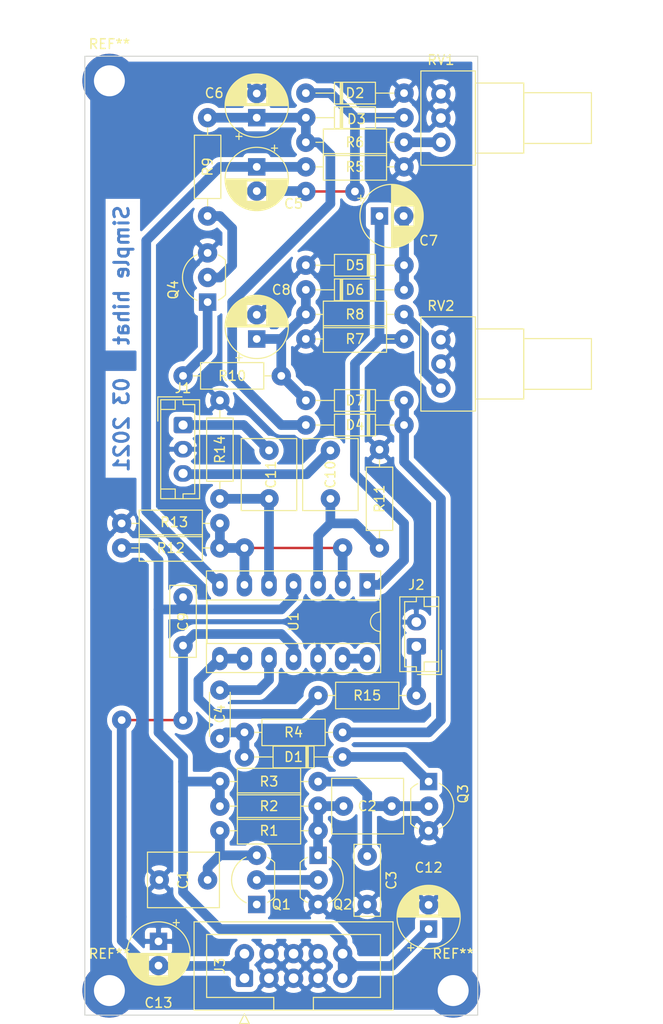
<source format=kicad_pcb>
(kicad_pcb (version 20171130) (host pcbnew "(5.1.8)-1")
  (layers (0 F.Cu signal) (31 B.Cu signal) (34 B.Paste user hide) (35 F.Paste user hide) (36 B.SilkS user hide) (37 F.SilkS user) (38 B.Mask user hide) (39 F.Mask user hide) (44 Edge.Cuts user))
  (net 0 "")
  (net 1 "Net-(C1-Pad1)")
  (net 2 GND)
  (net 3 "Net-(C2-Pad1)")
  (net 4 "Net-(C2-Pad2)")
  (net 5 "Net-(C4-Pad1)")
  (net 6 "Net-(C4-Pad2)")
  (net 7 "Net-(C5-Pad1)")
  (net 8 "Net-(C5-Pad2)")
  (net 9 "Net-(C6-Pad1)")
  (net 10 "Net-(C7-Pad1)")
  (net 11 "Net-(C7-Pad2)")
  (net 12 "Net-(C8-Pad1)")
  (net 13 +12V)
  (net 14 -12V)
  (net 15 "Net-(C10-Pad1)")
  (net 16 "Net-(C11-Pad1)")
  (net 17 "Net-(D1-Pad1)")
  (net 18 env)
  (net 19 "Net-(Q1-Pad2)")
  (net 20 "Net-(Q1-Pad1)")
  (net 21 "Net-(Q4-Pad2)")
  (net 22 "Net-(Q4-Pad1)")
  (net 23 "Net-(R6-Pad2)")
  (net 24 "Net-(R8-Pad2)")
  (net 25 "Net-(R12-Pad2)")
  (net 26 "Net-(R15-Pad2)")
  (net 27 "Net-(U1-Pad13)")
  (net 28 OHtrig)
  (net 29 CHtrig)
  (net 30 "Net-(J2-Pad1)")
  (module MountingHole:MountingHole_3.2mm_M3_DIN965_Pad (layer F.Cu) (at 111.76 166.37)
    (fp_text reference REF** (at 0 -3.8) (layer F.SilkS))
    (fp_text value MountingHole_3.2mm_M3_DIN965_Pad)
    (pad 1 thru_hole circle (at 0 0) (size 5.6 5.6) (drill 3.2) (layers *.Cu *.Mask) (net 2 GND))
  )
  (module MountingHole:MountingHole_3.2mm_M3_DIN965_Pad (layer F.Cu) (at 76.2 72.39)
    (fp_text reference REF** (at 0 -3.8) (layer F.SilkS))
    (fp_text value MountingHole_3.2mm_M3_DIN965_Pad)
    (pad 1 thru_hole circle (at 0 0) (size 5.6 5.6) (drill 3.2) (layers *.Cu *.Mask) (net 2 GND))
  )
  (module MountingHole:MountingHole_3.2mm_M3_DIN965_Pad (layer F.Cu) (at 76.2 166.37)
    (fp_text reference REF** (at 0 -3.8) (layer F.SilkS))
    (fp_text value MountingHole_3.2mm_M3_DIN965_Pad)
    (pad 1 thru_hole circle (at 0 0) (size 5.6 5.6) (drill 3.2) (layers *.Cu *.Mask) (net 2 GND))
  )
  (module Connector_JST:JST_EH_B2B-EH-A_1x02_P2.50mm_Vertical (layer F.Cu) (at 107.95 130.81 90)
    (fp_text reference J2 (at 6.35 0 180) (layer F.SilkS))
    (fp_text value Output)
    (pad 2 thru_hole oval (at 2.5 0 90) (size 1.7 2) (drill 1) (layers *.Cu *.Mask) (net 2 GND))
    (pad 1 thru_hole roundrect (at 0 0 90) (size 1.7 2) (drill 1) (layers *.Cu *.Mask) (roundrect_rratio 0.147059) (net 30 "Net-(J2-Pad1)"))
  )
  (module Connector_JST:JST_EH_B3B-EH-A_1x03_P2.50mm_Vertical (layer F.Cu) (at 83.82 107.95 270)
    (fp_text reference J1 (at -3.81 0 180) (layer F.SilkS))
    (fp_text value Inputs)
    (pad 3 thru_hole oval (at 5 0 270) (size 1.7 1.95) (drill 0.95) (layers *.Cu *.Mask) (net 28 OHtrig))
    (pad 2 thru_hole oval (at 2.5 0 270) (size 1.7 1.95) (drill 0.95) (layers *.Cu *.Mask) (net 2 GND))
    (pad 1 thru_hole roundrect (at 0 0 270) (size 1.7 1.95) (drill 0.95) (layers *.Cu *.Mask) (roundrect_rratio 0.147059) (net 29 CHtrig))
  )
  (module Capacitor_THT:C_Disc_D4.3mm_W1.9mm_P5.00mm (layer F.Cu) (at 87.63 140.335 90)
    (fp_text reference C4 (at 2.54 0 90) (layer F.SilkS))
    (fp_text value "560 pF")
    (pad 2 thru_hole circle (at 5 0 90) (size 2 2) (drill 0.8) (layers *.Cu *.Mask) (net 6 "Net-(C4-Pad2)"))
    (pad 1 thru_hole circle (at 0 0 90) (size 2 2) (drill 0.8) (layers *.Cu *.Mask) (net 5 "Net-(C4-Pad1)"))
  )
  (module Package_TO_SOT_THT:TO-92_Inline_Wide (layer F.Cu) (at 91.44 157.48 90)
    (fp_text reference Q1 (at 0 2.54 180) (layer F.SilkS))
    (fp_text value BC549)
    (pad 1 thru_hole rect (at 0 0 90) (size 1.8 1.8) (drill 0.8) (layers *.Cu *.Mask) (net 20 "Net-(Q1-Pad1)"))
    (pad 3 thru_hole circle (at 5.08 0 90) (size 2 2) (drill 0.8) (layers *.Cu *.Mask) (net 1 "Net-(C1-Pad1)"))
    (pad 2 thru_hole circle (at 2.54 0 90) (size 2 2) (drill 0.8) (layers *.Cu *.Mask) (net 19 "Net-(Q1-Pad2)"))
  )
  (module Package_TO_SOT_THT:TO-92_Inline_Wide (layer F.Cu) (at 97.79 152.4 270)
    (fp_text reference Q2 (at 5.08 -2.54 180) (layer F.SilkS))
    (fp_text value BC549)
    (pad 1 thru_hole rect (at 0 0 270) (size 1.8 1.8) (drill 0.8) (layers *.Cu *.Mask) (net 4 "Net-(C2-Pad2)"))
    (pad 3 thru_hole circle (at 5.08 0 270) (size 2 2) (drill 0.8) (layers *.Cu *.Mask) (net 2 GND))
    (pad 2 thru_hole circle (at 2.54 0 270) (size 2 2) (drill 0.8) (layers *.Cu *.Mask) (net 19 "Net-(Q1-Pad2)"))
  )
  (module Package_TO_SOT_THT:TO-92_Inline_Wide (layer F.Cu) (at 109.22 144.78 270)
    (fp_text reference Q3 (at 1.27 -3.56 90) (layer F.SilkS))
    (fp_text value BC549)
    (pad 1 thru_hole rect (at 0 0 270) (size 1.8 1.8) (drill 0.8) (layers *.Cu *.Mask) (net 17 "Net-(D1-Pad1)"))
    (pad 3 thru_hole circle (at 5.08 0 270) (size 2 2) (drill 0.8) (layers *.Cu *.Mask) (net 2 GND))
    (pad 2 thru_hole circle (at 2.54 0 270) (size 2 2) (drill 0.8) (layers *.Cu *.Mask) (net 3 "Net-(C2-Pad1)"))
  )
  (module Package_TO_SOT_THT:TO-92_Inline_Wide (layer F.Cu) (at 86.36 95.25 90)
    (fp_text reference Q4 (at 1.27 -3.56 90) (layer F.SilkS))
    (fp_text value BC549)
    (pad 1 thru_hole rect (at 0 0 90) (size 1.8 1.8) (drill 0.8) (layers *.Cu *.Mask) (net 22 "Net-(Q4-Pad1)"))
    (pad 3 thru_hole circle (at 5.08 0 90) (size 2 2) (drill 0.8) (layers *.Cu *.Mask) (net 2 GND))
    (pad 2 thru_hole circle (at 2.54 0 90) (size 2 2) (drill 0.8) (layers *.Cu *.Mask) (net 21 "Net-(Q4-Pad2)"))
  )
  (module Diode_THT:D_DO-35_SOD27_P10.16mm_Horizontal (layer F.Cu) (at 100.33 142.24 180)
    (fp_text reference D1 (at 5.08 0) (layer F.SilkS))
    (fp_text value 1N4148)
    (pad 2 thru_hole circle (at 10.16 0 180) (size 2 2) (drill 0.8) (layers *.Cu *.Mask) (net 5 "Net-(C4-Pad1)"))
    (pad 1 thru_hole circle (at 0 0 180) (size 2 2) (drill 0.8) (layers *.Cu *.Mask) (net 17 "Net-(D1-Pad1)"))
  )
  (module Diode_THT:D_DO-35_SOD27_P10.16mm_Horizontal (layer F.Cu) (at 96.52 73.66)
    (fp_text reference D2 (at 5.08 0) (layer F.SilkS))
    (fp_text value 1N4148)
    (pad 2 thru_hole circle (at 10.16 0) (size 2 2) (drill 0.8) (layers *.Cu *.Mask) (net 2 GND))
    (pad 1 thru_hole circle (at 0 0) (size 2 2) (drill 0.8) (layers *.Cu *.Mask) (net 8 "Net-(C5-Pad2)"))
  )
  (module Diode_THT:D_DO-35_SOD27_P10.16mm_Horizontal (layer F.Cu) (at 96.52 76.2)
    (fp_text reference D3 (at 5.234999 0.144999) (layer F.SilkS))
    (fp_text value 1N4148)
    (pad 2 thru_hole circle (at 10.16 0) (size 2 2) (drill 0.8) (layers *.Cu *.Mask) (net 8 "Net-(C5-Pad2)"))
    (pad 1 thru_hole circle (at 0 0) (size 2 2) (drill 0.8) (layers *.Cu *.Mask) (net 9 "Net-(C6-Pad1)"))
  )
  (module Diode_THT:D_DO-35_SOD27_P10.16mm_Horizontal (layer F.Cu) (at 106.68 107.95 180)
    (fp_text reference D4 (at 5.08 0) (layer F.SilkS))
    (fp_text value 1N4148)
    (pad 2 thru_hole circle (at 10.16 0 180) (size 2 2) (drill 0.8) (layers *.Cu *.Mask) (net 9 "Net-(C6-Pad1)"))
    (pad 1 thru_hole circle (at 0 0 180) (size 2 2) (drill 0.8) (layers *.Cu *.Mask) (net 18 env))
  )
  (module Diode_THT:D_DO-35_SOD27_P10.16mm_Horizontal (layer F.Cu) (at 106.68 91.44 180)
    (fp_text reference D5 (at 5.08 0) (layer F.SilkS))
    (fp_text value 1N4148)
    (pad 2 thru_hole circle (at 10.16 0 180) (size 2 2) (drill 0.8) (layers *.Cu *.Mask) (net 2 GND))
    (pad 1 thru_hole circle (at 0 0 180) (size 2 2) (drill 0.8) (layers *.Cu *.Mask) (net 11 "Net-(C7-Pad2)"))
  )
  (module Diode_THT:D_DO-35_SOD27_P10.16mm_Horizontal (layer F.Cu) (at 96.52 93.98)
    (fp_text reference D6 (at 5.08 0) (layer F.SilkS))
    (fp_text value 1N4148)
    (pad 2 thru_hole circle (at 10.16 0) (size 2 2) (drill 0.8) (layers *.Cu *.Mask) (net 11 "Net-(C7-Pad2)"))
    (pad 1 thru_hole circle (at 0 0) (size 2 2) (drill 0.8) (layers *.Cu *.Mask) (net 12 "Net-(C8-Pad1)"))
  )
  (module Diode_THT:D_DO-35_SOD27_P10.16mm_Horizontal (layer F.Cu) (at 106.68 105.41 180)
    (fp_text reference D7 (at 5.08 0) (layer F.SilkS))
    (fp_text value 1N4148)
    (pad 2 thru_hole circle (at 10.16 0 180) (size 2 2) (drill 0.8) (layers *.Cu *.Mask) (net 12 "Net-(C8-Pad1)"))
    (pad 1 thru_hole circle (at 0 0 180) (size 2 2) (drill 0.8) (layers *.Cu *.Mask) (net 18 env))
  )
  (module Capacitor_THT:C_Rect_L7.2mm_W2.5mm_P5.00mm_FKS2_FKP2_MKS2_MKP2 (layer F.Cu) (at 83.82 125.73 270)
    (fp_text reference C9 (at 2.54 0 90) (layer F.SilkS))
    (fp_text value "100 nF")
    (pad 2 thru_hole circle (at 5 0 270) (size 2 2) (drill 0.8) (layers *.Cu *.Mask) (net 14 -12V))
    (pad 1 thru_hole circle (at 0 0 270) (size 2 2) (drill 0.8) (layers *.Cu *.Mask) (net 13 +12V))
  )
  (module Capacitor_THT:C_Rect_L7.2mm_W5.5mm_P5.00mm_FKS2_FKP2_MKS2_MKP2 (layer F.Cu) (at 86.36 154.94 180)
    (fp_text reference C1 (at 2.54 0 270) (layer F.SilkS))
    (fp_text value "100 nF")
    (pad 1 thru_hole circle (at 0 0 180) (size 2 2) (drill 0.8) (layers *.Cu *.Mask) (net 1 "Net-(C1-Pad1)"))
    (pad 2 thru_hole circle (at 5 0 180) (size 2 2) (drill 0.8) (layers *.Cu *.Mask) (net 2 GND))
  )
  (module Capacitor_THT:C_Rect_L7.2mm_W5.5mm_P5.00mm_FKS2_FKP2_MKS2_MKP2 (layer F.Cu) (at 105.41 147.32 180)
    (fp_text reference C2 (at 2.54 0) (layer F.SilkS))
    (fp_text value "100 nF")
    (pad 1 thru_hole circle (at 0 0 180) (size 2 2) (drill 0.8) (layers *.Cu *.Mask) (net 3 "Net-(C2-Pad1)"))
    (pad 2 thru_hole circle (at 5 0 180) (size 2 2) (drill 0.8) (layers *.Cu *.Mask) (net 4 "Net-(C2-Pad2)"))
  )
  (module Capacitor_THT:C_Rect_L7.2mm_W2.5mm_P5.00mm_FKS2_FKP2_MKS2_MKP2 (layer F.Cu) (at 102.87 152.48 270)
    (fp_text reference C3 (at 2.5 -2.5 90) (layer F.SilkS))
    (fp_text value "1 nF")
    (pad 1 thru_hole circle (at 0 0 270) (size 2 2) (drill 0.8) (layers *.Cu *.Mask) (net 3 "Net-(C2-Pad1)"))
    (pad 2 thru_hole circle (at 5 0 270) (size 2 2) (drill 0.8) (layers *.Cu *.Mask) (net 2 GND))
  )
  (module Capacitor_THT:CP_Radial_D6.3mm_P2.50mm (layer F.Cu) (at 91.44 81.28 270)
    (fp_text reference C5 (at 3.81 -3.81 180) (layer F.SilkS))
    (fp_text value "10 µF")
    (pad 1 thru_hole rect (at 0 0 270) (size 1.8 1.8) (drill 0.8) (layers *.Cu *.Mask) (net 7 "Net-(C5-Pad1)"))
    (pad 2 thru_hole circle (at 2.5 0 270) (size 2 2) (drill 0.8) (layers *.Cu *.Mask) (net 8 "Net-(C5-Pad2)"))
  )
  (module Capacitor_THT:CP_Radial_D6.3mm_P2.50mm (layer F.Cu) (at 91.44 76.2 90)
    (fp_text reference C6 (at 2.54 -4.4 180) (layer F.SilkS))
    (fp_text value "10 µF")
    (pad 2 thru_hole circle (at 2.5 0 90) (size 2 2) (drill 0.8) (layers *.Cu *.Mask) (net 2 GND))
    (pad 1 thru_hole rect (at 0 0 90) (size 1.8 1.8) (drill 0.8) (layers *.Cu *.Mask) (net 9 "Net-(C6-Pad1)"))
  )
  (module Capacitor_THT:CP_Radial_D6.3mm_P2.50mm (layer F.Cu) (at 104.14 86.36)
    (fp_text reference C7 (at 5.08 2.54) (layer F.SilkS))
    (fp_text value "10 µF")
    (pad 1 thru_hole rect (at 0 0) (size 1.8 1.8) (drill 0.8) (layers *.Cu *.Mask) (net 10 "Net-(C7-Pad1)"))
    (pad 2 thru_hole circle (at 2.5 0) (size 2 2) (drill 0.8) (layers *.Cu *.Mask) (net 11 "Net-(C7-Pad2)"))
  )
  (module Capacitor_THT:CP_Radial_D6.3mm_P2.50mm (layer F.Cu) (at 91.44 99.06 90)
    (fp_text reference C8 (at 5.08 2.54 180) (layer F.SilkS))
    (fp_text value "10 µF")
    (pad 2 thru_hole circle (at 2.5 0 90) (size 2 2) (drill 0.8) (layers *.Cu *.Mask) (net 2 GND))
    (pad 1 thru_hole rect (at 0 0 90) (size 1.8 1.8) (drill 0.8) (layers *.Cu *.Mask) (net 12 "Net-(C8-Pad1)"))
  )
  (module Capacitor_THT:C_Rect_L7.2mm_W5.5mm_P5.00mm_FKS2_FKP2_MKS2_MKP2 (layer F.Cu) (at 99.06 115.57 90)
    (fp_text reference C10 (at 2.5 0 90) (layer F.SilkS))
    (fp_text value "10 nF")
    (pad 2 thru_hole circle (at 5 0 90) (size 2 2) (drill 0.8) (layers *.Cu *.Mask) (net 28 OHtrig))
    (pad 1 thru_hole circle (at 0 0 90) (size 2 2) (drill 0.8) (layers *.Cu *.Mask) (net 15 "Net-(C10-Pad1)"))
  )
  (module Capacitor_THT:C_Rect_L7.2mm_W5.5mm_P5.00mm_FKS2_FKP2_MKS2_MKP2 (layer F.Cu) (at 92.71 115.57 90)
    (fp_text reference C11 (at 2.5 0.204999 90) (layer F.SilkS))
    (fp_text value "10 nF")
    (pad 2 thru_hole circle (at 5 0 90) (size 2 2) (drill 0.8) (layers *.Cu *.Mask) (net 29 CHtrig))
    (pad 1 thru_hole circle (at 0 0 90) (size 2 2) (drill 0.8) (layers *.Cu *.Mask) (net 16 "Net-(C11-Pad1)"))
  )
  (module Capacitor_THT:CP_Radial_D6.3mm_P2.50mm (layer F.Cu) (at 109.22 160.02 90)
    (fp_text reference C12 (at 6.35 0 180) (layer F.SilkS))
    (fp_text value "22 µF")
    (pad 1 thru_hole rect (at 0 0 90) (size 1.8 1.8) (drill 0.8) (layers *.Cu *.Mask) (net 13 +12V))
    (pad 2 thru_hole circle (at 2.5 0 90) (size 2 2) (drill 0.8) (layers *.Cu *.Mask) (net 2 GND))
  )
  (module Capacitor_THT:CP_Radial_D6.3mm_P2.50mm (layer F.Cu) (at 81.28 161.29 270)
    (fp_text reference C13 (at 6.35 0 180) (layer F.SilkS))
    (fp_text value "22 µF")
    (pad 2 thru_hole circle (at 2.5 0 270) (size 2 2) (drill 0.8) (layers *.Cu *.Mask) (net 14 -12V))
    (pad 1 thru_hole rect (at 0 0 270) (size 1.8 1.8) (drill 0.8) (layers *.Cu *.Mask) (net 2 GND))
  )
  (module Connector_IDC:IDC-Header_2x05_P2.54mm_Vertical (layer F.Cu) (at 90.17 165.1 90)
    (fp_text reference J3 (at 1.27 -2.54 90) (layer F.SilkS))
    (fp_text value "IDC power connector")
    (pad 1 thru_hole roundrect (at 0 0 90) (size 1.8 1.8) (drill 1) (layers *.Cu *.Mask) (roundrect_rratio 0.147) (net 14 -12V))
    (pad 3 thru_hole circle (at 0 2.54 90) (size 2 2) (drill 1) (layers *.Cu *.Mask) (net 2 GND))
    (pad 5 thru_hole circle (at 0 5.08 90) (size 2 2) (drill 1) (layers *.Cu *.Mask) (net 2 GND))
    (pad 7 thru_hole circle (at 0 7.62 90) (size 2 2) (drill 1) (layers *.Cu *.Mask) (net 2 GND))
    (pad 9 thru_hole circle (at 0 10.16 90) (size 2 2) (drill 1) (layers *.Cu *.Mask) (net 13 +12V))
    (pad 2 thru_hole circle (at 2.54 0 90) (size 2 2) (drill 1) (layers *.Cu *.Mask) (net 14 -12V))
    (pad 4 thru_hole circle (at 2.54 2.54 90) (size 2 2) (drill 1) (layers *.Cu *.Mask) (net 2 GND))
    (pad 6 thru_hole circle (at 2.54 5.08 90) (size 2 2) (drill 1) (layers *.Cu *.Mask) (net 2 GND))
    (pad 8 thru_hole circle (at 2.54 7.62 90) (size 2 2) (drill 1) (layers *.Cu *.Mask) (net 2 GND))
    (pad 10 thru_hole circle (at 2.54 10.16 90) (size 2 2) (drill 1) (layers *.Cu *.Mask) (net 13 +12V))
  )
  (module Resistor_THT:R_Axial_DIN0207_L6.3mm_D2.5mm_P10.16mm_Horizontal (layer F.Cu) (at 97.79 149.86 180)
    (fp_text reference R1 (at 5.08 0) (layer F.SilkS))
    (fp_text value "47 k")
    (pad 2 thru_hole circle (at 10.16 0 180) (size 2 2) (drill 0.8) (layers *.Cu *.Mask) (net 1 "Net-(C1-Pad1)"))
    (pad 1 thru_hole circle (at 0 0 180) (size 2 2) (drill 0.8) (layers *.Cu *.Mask) (net 4 "Net-(C2-Pad2)"))
  )
  (module Resistor_THT:R_Axial_DIN0207_L6.3mm_D2.5mm_P10.16mm_Horizontal (layer F.Cu) (at 87.63 147.32)
    (fp_text reference R2 (at 5.08 0) (layer F.SilkS))
    (fp_text value "4,7 k")
    (pad 1 thru_hole circle (at 0 0) (size 2 2) (drill 0.8) (layers *.Cu *.Mask) (net 13 +12V))
    (pad 2 thru_hole circle (at 10.16 0) (size 2 2) (drill 0.8) (layers *.Cu *.Mask) (net 4 "Net-(C2-Pad2)"))
  )
  (module Resistor_THT:R_Axial_DIN0207_L6.3mm_D2.5mm_P10.16mm_Horizontal (layer F.Cu) (at 97.79 144.78 180)
    (fp_text reference R3 (at 5.08 0) (layer F.SilkS))
    (fp_text value "1 M")
    (pad 2 thru_hole circle (at 10.16 0 180) (size 2 2) (drill 0.8) (layers *.Cu *.Mask) (net 13 +12V))
    (pad 1 thru_hole circle (at 0 0 180) (size 2 2) (drill 0.8) (layers *.Cu *.Mask) (net 3 "Net-(C2-Pad1)"))
  )
  (module Resistor_THT:R_Axial_DIN0207_L6.3mm_D2.5mm_P10.16mm_Horizontal (layer F.Cu) (at 100.33 139.7 180)
    (fp_text reference R4 (at 5.08 0) (layer F.SilkS))
    (fp_text value "33 k")
    (pad 1 thru_hole circle (at 0 0 180) (size 2 2) (drill 0.8) (layers *.Cu *.Mask) (net 18 env))
    (pad 2 thru_hole circle (at 10.16 0 180) (size 2 2) (drill 0.8) (layers *.Cu *.Mask) (net 5 "Net-(C4-Pad1)"))
  )
  (module Resistor_THT:R_Axial_DIN0207_L6.3mm_D2.5mm_P10.16mm_Horizontal (layer F.Cu) (at 96.52 81.28)
    (fp_text reference R5 (at 5.08 0) (layer F.SilkS))
    (fp_text value "4,7 k")
    (pad 1 thru_hole circle (at 0 0) (size 2 2) (drill 0.8) (layers *.Cu *.Mask) (net 7 "Net-(C5-Pad1)"))
    (pad 2 thru_hole circle (at 10.16 0) (size 2 2) (drill 0.8) (layers *.Cu *.Mask) (net 2 GND))
  )
  (module Resistor_THT:R_Axial_DIN0207_L6.3mm_D2.5mm_P10.16mm_Horizontal (layer F.Cu) (at 96.52 78.74)
    (fp_text reference R6 (at 5.08 0) (layer F.SilkS))
    (fp_text value 470)
    (pad 2 thru_hole circle (at 10.16 0) (size 2 2) (drill 0.8) (layers *.Cu *.Mask) (net 23 "Net-(R6-Pad2)"))
    (pad 1 thru_hole circle (at 0 0) (size 2 2) (drill 0.8) (layers *.Cu *.Mask) (net 9 "Net-(C6-Pad1)"))
  )
  (module Resistor_THT:R_Axial_DIN0207_L6.3mm_D2.5mm_P10.16mm_Horizontal (layer F.Cu) (at 106.68 99.06 180)
    (fp_text reference R7 (at 5.08 0) (layer F.SilkS))
    (fp_text value "4,7 k")
    (pad 1 thru_hole circle (at 0 0 180) (size 2 2) (drill 0.8) (layers *.Cu *.Mask) (net 10 "Net-(C7-Pad1)"))
    (pad 2 thru_hole circle (at 10.16 0 180) (size 2 2) (drill 0.8) (layers *.Cu *.Mask) (net 2 GND))
  )
  (module Resistor_THT:R_Axial_DIN0207_L6.3mm_D2.5mm_P10.16mm_Horizontal (layer F.Cu) (at 96.52 96.52)
    (fp_text reference R8 (at 5.08 0) (layer F.SilkS))
    (fp_text value "10 k")
    (pad 2 thru_hole circle (at 10.16 0) (size 2 2) (drill 0.8) (layers *.Cu *.Mask) (net 24 "Net-(R8-Pad2)"))
    (pad 1 thru_hole circle (at 0 0) (size 2 2) (drill 0.8) (layers *.Cu *.Mask) (net 12 "Net-(C8-Pad1)"))
  )
  (module Resistor_THT:R_Axial_DIN0207_L6.3mm_D2.5mm_P10.16mm_Horizontal (layer F.Cu) (at 86.36 86.36 90)
    (fp_text reference R9 (at 5.08 0 90) (layer F.SilkS))
    (fp_text value "220 k")
    (pad 2 thru_hole circle (at 10.16 0 90) (size 2 2) (drill 0.8) (layers *.Cu *.Mask) (net 9 "Net-(C6-Pad1)"))
    (pad 1 thru_hole circle (at 0 0 90) (size 2 2) (drill 0.8) (layers *.Cu *.Mask) (net 21 "Net-(Q4-Pad2)"))
  )
  (module Resistor_THT:R_Axial_DIN0207_L6.3mm_D2.5mm_P10.16mm_Horizontal (layer F.Cu) (at 93.98 102.87 180)
    (fp_text reference R10 (at 5.08 0) (layer F.SilkS))
    (fp_text value "5,6 k")
    (pad 2 thru_hole circle (at 10.16 0 180) (size 2 2) (drill 0.8) (layers *.Cu *.Mask) (net 22 "Net-(Q4-Pad1)"))
    (pad 1 thru_hole circle (at 0 0 180) (size 2 2) (drill 0.8) (layers *.Cu *.Mask) (net 12 "Net-(C8-Pad1)"))
  )
  (module Resistor_THT:R_Axial_DIN0207_L6.3mm_D2.5mm_P10.16mm_Horizontal (layer F.Cu) (at 104.14 120.65 90)
    (fp_text reference R11 (at 5.08 0 90) (layer F.SilkS))
    (fp_text value "100 k")
    (pad 2 thru_hole circle (at 10.16 0 90) (size 2 2) (drill 0.8) (layers *.Cu *.Mask) (net 2 GND))
    (pad 1 thru_hole circle (at 0 0 90) (size 2 2) (drill 0.8) (layers *.Cu *.Mask) (net 15 "Net-(C10-Pad1)"))
  )
  (module Resistor_THT:R_Axial_DIN0207_L6.3mm_D2.5mm_P10.16mm_Horizontal (layer F.Cu) (at 77.47 120.65)
    (fp_text reference R12 (at 5.08 0) (layer F.SilkS))
    (fp_text value "39 k")
    (pad 1 thru_hole circle (at 0 0) (size 2 2) (drill 0.8) (layers *.Cu *.Mask) (net 13 +12V))
    (pad 2 thru_hole circle (at 10.16 0) (size 2 2) (drill 0.8) (layers *.Cu *.Mask) (net 25 "Net-(R12-Pad2)"))
  )
  (module Resistor_THT:R_Axial_DIN0207_L6.3mm_D2.5mm_P10.16mm_Horizontal (layer F.Cu) (at 87.63 118.11 180)
    (fp_text reference R13 (at 4.724999 0.124999) (layer F.SilkS))
    (fp_text value "5,6 k")
    (pad 1 thru_hole circle (at 0 0 180) (size 2 2) (drill 0.8) (layers *.Cu *.Mask) (net 25 "Net-(R12-Pad2)"))
    (pad 2 thru_hole circle (at 10.16 0 180) (size 2 2) (drill 0.8) (layers *.Cu *.Mask) (net 2 GND))
  )
  (module Resistor_THT:R_Axial_DIN0207_L6.3mm_D2.5mm_P10.16mm_Horizontal (layer F.Cu) (at 87.63 115.57 90)
    (fp_text reference R14 (at 5.08 0 90) (layer F.SilkS))
    (fp_text value "100 k")
    (pad 1 thru_hole circle (at 0 0 90) (size 2 2) (drill 0.8) (layers *.Cu *.Mask) (net 16 "Net-(C11-Pad1)"))
    (pad 2 thru_hole circle (at 10.16 0 90) (size 2 2) (drill 0.8) (layers *.Cu *.Mask) (net 2 GND))
  )
  (module Resistor_THT:R_Axial_DIN0207_L6.3mm_D2.5mm_P10.16mm_Horizontal (layer F.Cu) (at 107.95 135.89 180)
    (fp_text reference R15 (at 5.08 0) (layer F.SilkS))
    (fp_text value "1 k")
    (pad 1 thru_hole circle (at 0 0 180) (size 2 2) (drill 0.8) (layers *.Cu *.Mask) (net 30 "Net-(J2-Pad1)"))
    (pad 2 thru_hole circle (at 10.16 0 180) (size 2 2) (drill 0.8) (layers *.Cu *.Mask) (net 26 "Net-(R15-Pad2)"))
  )
  (module Potentiometer_THT:Potentiometer_Alps_RK09Y11_Single_Horizontal (layer F.Cu) (at 110.49 78.74)
    (fp_text reference RV1 (at 0 -8.5) (layer F.SilkS))
    (fp_text value "10 k lin")
    (pad 1 thru_hole circle (at 0 0) (size 2 2) (drill 1) (layers *.Cu *.Mask) (net 23 "Net-(R6-Pad2)"))
    (pad 2 thru_hole circle (at 0 -2.5) (size 2 2) (drill 1) (layers *.Cu *.Mask) (net 2 GND))
    (pad 3 thru_hole circle (at 0 -5) (size 2 2) (drill 1) (layers *.Cu *.Mask) (net 2 GND))
  )
  (module Potentiometer_THT:Potentiometer_Alps_RK09Y11_Single_Horizontal (layer F.Cu) (at 110.49 104.14)
    (fp_text reference RV2 (at 0 -8.5) (layer F.SilkS))
    (fp_text value "100 k lin")
    (pad 3 thru_hole circle (at 0 -5) (size 2 2) (drill 1) (layers *.Cu *.Mask) (net 2 GND))
    (pad 2 thru_hole circle (at 0 -2.5) (size 2 2) (drill 1) (layers *.Cu *.Mask) (net 2 GND))
    (pad 1 thru_hole circle (at 0 0) (size 2 2) (drill 1) (layers *.Cu *.Mask) (net 24 "Net-(R8-Pad2)"))
  )
  (module Package_DIP:DIP-14_W7.62mm_Socket_LongPads (layer F.Cu) (at 102.87 124.46 270)
    (fp_text reference U1 (at 3.81 7.62 90) (layer F.SilkS))
    (fp_text value TL074)
    (pad 1 thru_hole rect (at 0 0 270) (size 2.4 1.6) (drill 0.8) (layers *.Cu *.Mask) (net 10 "Net-(C7-Pad1)"))
    (pad 8 thru_hole oval (at 7.62 15.24 270) (size 2.4 1.6) (drill 0.8) (layers *.Cu *.Mask) (net 26 "Net-(R15-Pad2)"))
    (pad 2 thru_hole oval (at 0 2.54 270) (size 2.4 1.6) (drill 0.8) (layers *.Cu *.Mask) (net 25 "Net-(R12-Pad2)"))
    (pad 9 thru_hole oval (at 7.62 12.7 270) (size 2.4 1.6) (drill 0.8) (layers *.Cu *.Mask) (net 26 "Net-(R15-Pad2)"))
    (pad 3 thru_hole oval (at 0 5.08 270) (size 2.4 1.6) (drill 0.8) (layers *.Cu *.Mask) (net 15 "Net-(C10-Pad1)"))
    (pad 10 thru_hole oval (at 7.62 10.16 270) (size 2.4 1.6) (drill 0.8) (layers *.Cu *.Mask) (net 6 "Net-(C4-Pad2)"))
    (pad 4 thru_hole oval (at 0 7.62 270) (size 2.4 1.6) (drill 0.8) (layers *.Cu *.Mask) (net 13 +12V))
    (pad 11 thru_hole oval (at 7.62 7.62 270) (size 2.4 1.6) (drill 0.8) (layers *.Cu *.Mask) (net 14 -12V))
    (pad 5 thru_hole oval (at 0 10.16 270) (size 2.4 1.6) (drill 0.8) (layers *.Cu *.Mask) (net 16 "Net-(C11-Pad1)"))
    (pad 12 thru_hole oval (at 7.62 5.08 270) (size 2.4 1.6) (drill 0.8) (layers *.Cu *.Mask) (net 2 GND))
    (pad 6 thru_hole oval (at 0 12.7 270) (size 2.4 1.6) (drill 0.8) (layers *.Cu *.Mask) (net 25 "Net-(R12-Pad2)"))
    (pad 13 thru_hole oval (at 7.62 2.54 270) (size 2.4 1.6) (drill 0.8) (layers *.Cu *.Mask) (net 27 "Net-(U1-Pad13)"))
    (pad 7 thru_hole oval (at 0 15.24 270) (size 2.4 1.6) (drill 0.8) (layers *.Cu *.Mask) (net 7 "Net-(C5-Pad1)"))
    (pad 14 thru_hole oval (at 7.62 0 270) (size 2.4 1.6) (drill 0.8) (layers *.Cu *.Mask) (net 27 "Net-(U1-Pad13)"))
  )
  (gr_text "03 2021" (at 77.47 102.87 90) (layer B.Cu) (effects (font (size 1.5 1.5) (thickness 0.3)) (justify left mirror)))
  (gr_text "Simple hihat" (at 77.47 85.09 90) (layer B.Cu) (effects (font (size 1.5 1.5) (thickness 0.3)) (justify left mirror)))
  (gr_line (start 114.3 69.85) (end 114.3 168.91) (layer Edge.Cuts) (width 0.1))
  (gr_line (start 73.66 69.85) (end 114.3 69.85) (layer Edge.Cuts) (width 0.1))
  (gr_line (start 73.66 168.91) (end 73.66 69.85) (layer Edge.Cuts) (width 0.1))
  (gr_line (start 114.3 168.91) (end 73.66 168.91) (layer Edge.Cuts) (width 0.1))
  (segment (start 87.63 152.4) (end 91.44 152.4) (width 1) (layer B.Cu) (net 1))
  (segment (start 87.63 149.86) (end 87.63 152.4) (width 1) (layer B.Cu) (net 1))
  (segment (start 86.36 154.94) (end 86.36 153.67) (width 1) (layer B.Cu) (net 1))
  (segment (start 86.36 153.67) (end 87.63 152.4) (width 1) (layer B.Cu) (net 1))
  (segment (start 105.41 147.32) (end 102.87 147.32) (width 1) (layer B.Cu) (net 3))
  (segment (start 101.6 144.78) (end 97.79 144.78) (width 1) (layer B.Cu) (net 3))
  (segment (start 102.87 152.48) (end 102.87 146.05) (width 1) (layer B.Cu) (net 3))
  (segment (start 102.87 146.05) (end 101.6 144.78) (width 1) (layer B.Cu) (net 3))
  (segment (start 105.41 147.32) (end 109.22 147.32) (width 1) (layer B.Cu) (net 3))
  (segment (start 97.79 147.32) (end 100.41 147.32) (width 1) (layer B.Cu) (net 4))
  (segment (start 97.79 152.4) (end 97.79 147.32) (width 1) (layer B.Cu) (net 4))
  (segment (start 90.17 140.97) (end 90.17 139.7) (width 1) (layer B.Cu) (net 5))
  (segment (start 90.17 142.24) (end 90.17 140.97) (width 1) (layer B.Cu) (net 5))
  (segment (start 88.265 139.7) (end 87.63 140.335) (width 1) (layer B.Cu) (net 5))
  (segment (start 90.17 139.7) (end 88.265 139.7) (width 1) (layer B.Cu) (net 5))
  (segment (start 92.75 132.12) (end 92.71 132.08) (width 1) (layer F.Cu) (net 6))
  (segment (start 92.71 134.28) (end 92.71 132.08) (width 1) (layer B.Cu) (net 6))
  (segment (start 91.655 135.335) (end 92.71 134.28) (width 1) (layer B.Cu) (net 6))
  (segment (start 87.63 135.335) (end 91.655 135.335) (width 1) (layer B.Cu) (net 6))
  (segment (start 87.63 81.28) (end 91.44 81.28) (width 1) (layer B.Cu) (net 7))
  (segment (start 80.01 88.9) (end 87.63 81.28) (width 1) (layer B.Cu) (net 7))
  (segment (start 80.01 116.84) (end 80.01 88.9) (width 1) (layer B.Cu) (net 7))
  (segment (start 87.63 124.46) (end 80.01 116.84) (width 1) (layer B.Cu) (net 7))
  (segment (start 91.44 81.28) (end 96.52 81.28) (width 1) (layer B.Cu) (net 7))
  (segment (start 106.68 76.2) (end 101.6 76.2) (width 1) (layer B.Cu) (net 8))
  (segment (start 99.06 73.66) (end 96.52 73.66) (width 1) (layer B.Cu) (net 8))
  (segment (start 101.6 76.2) (end 99.06 73.66) (width 1) (layer B.Cu) (net 8))
  (via (at 96.52 83.82) (size 2) (drill 0.8) (layers F.Cu B.Cu) (net 8))
  (segment (start 96.48 83.78) (end 96.52 83.82) (width 1) (layer B.Cu) (net 8))
  (segment (start 91.44 83.78) (end 96.48 83.78) (width 1) (layer B.Cu) (net 8))
  (via (at 101.6 83.82) (size 2) (drill 0.8) (layers F.Cu B.Cu) (net 8))
  (segment (start 96.52 83.82) (end 101.6 83.82) (width 0.25) (layer F.Cu) (net 8))
  (segment (start 101.6 83.82) (end 101.6 76.2) (width 1) (layer B.Cu) (net 8))
  (segment (start 96.52 78.74) (end 96.52 76.2) (width 1) (layer B.Cu) (net 9))
  (segment (start 91.44 76.2) (end 96.52 76.2) (width 1) (layer B.Cu) (net 9))
  (segment (start 86.36 76.2) (end 91.44 76.2) (width 1) (layer B.Cu) (net 9))
  (segment (start 99.06 80.01) (end 97.79 78.74) (width 1) (layer B.Cu) (net 9))
  (segment (start 97.79 78.74) (end 96.52 78.74) (width 1) (layer B.Cu) (net 9))
  (segment (start 99.06 85.09) (end 88.9 95.25) (width 1) (layer B.Cu) (net 9))
  (segment (start 99.06 85.09) (end 99.06 80.01) (width 1) (layer B.Cu) (net 9))
  (segment (start 88.9 95.25) (end 88.9 102.87) (width 1) (layer B.Cu) (net 9))
  (segment (start 88.9 102.87) (end 93.98 107.95) (width 1) (layer B.Cu) (net 9))
  (segment (start 93.98 107.95) (end 96.52 107.95) (width 1) (layer B.Cu) (net 9))
  (segment (start 106.68 99.06) (end 104.14 99.06) (width 1) (layer B.Cu) (net 10))
  (segment (start 104.14 99.06) (end 104.14 86.36) (width 1) (layer B.Cu) (net 10))
  (segment (start 101.6 101.6) (end 104.14 99.06) (width 1) (layer B.Cu) (net 10))
  (segment (start 101.6 113.03) (end 101.6 101.6) (width 1) (layer B.Cu) (net 10))
  (segment (start 106.68 118.11) (end 101.6 113.03) (width 1) (layer B.Cu) (net 10))
  (segment (start 106.68 121.92) (end 106.68 118.11) (width 1) (layer B.Cu) (net 10))
  (segment (start 104.14 124.46) (end 106.68 121.92) (width 1) (layer B.Cu) (net 10))
  (segment (start 102.87 124.46) (end 104.14 124.46) (width 1) (layer B.Cu) (net 10))
  (segment (start 106.68 93.98) (end 106.68 91.44) (width 1) (layer B.Cu) (net 11))
  (segment (start 106.68 86.4) (end 106.64 86.36) (width 1) (layer B.Cu) (net 11))
  (segment (start 106.68 91.44) (end 106.68 86.4) (width 1) (layer B.Cu) (net 11))
  (segment (start 93.98 102.87) (end 93.98 99.06) (width 1) (layer B.Cu) (net 12))
  (segment (start 91.44 99.06) (end 93.98 99.06) (width 1) (layer B.Cu) (net 12))
  (segment (start 93.98 99.06) (end 96.52 96.52) (width 1) (layer B.Cu) (net 12))
  (segment (start 96.52 96.52) (end 96.52 93.98) (width 1) (layer B.Cu) (net 12))
  (segment (start 96.52 105.41) (end 93.98 102.87) (width 1) (layer B.Cu) (net 12))
  (segment (start 100.33 165.1) (end 100.33 162.56) (width 1) (layer B.Cu) (net 13))
  (segment (start 83.82 127) (end 93.98 127) (width 1) (layer B.Cu) (net 13))
  (segment (start 81.28 127) (end 83.82 127) (width 1) (layer B.Cu) (net 13))
  (segment (start 83.82 125.73) (end 83.82 127) (width 1) (layer B.Cu) (net 13))
  (segment (start 93.98 127) (end 95.25 125.73) (width 1) (layer B.Cu) (net 13))
  (segment (start 95.25 125.73) (end 95.25 124.46) (width 1) (layer B.Cu) (net 13))
  (segment (start 87.63 147.32) (end 87.63 144.78) (width 1) (layer B.Cu) (net 13))
  (segment (start 77.47 120.65) (end 80.01 120.65) (width 1) (layer B.Cu) (net 13))
  (segment (start 80.01 120.65) (end 81.28 121.92) (width 1) (layer B.Cu) (net 13))
  (segment (start 81.28 121.92) (end 81.28 127) (width 1) (layer B.Cu) (net 13))
  (segment (start 101.6 163.83) (end 100.33 162.56) (width 1) (layer B.Cu) (net 13))
  (segment (start 101.6 163.83) (end 100.33 163.83) (width 1) (layer B.Cu) (net 13))
  (segment (start 101.6 163.83) (end 100.33 165.1) (width 1) (layer B.Cu) (net 13))
  (segment (start 87.63 144.78) (end 86.36 144.78) (width 1) (layer B.Cu) (net 13))
  (segment (start 81.28 139.7) (end 81.28 127) (width 1) (layer B.Cu) (net 13))
  (segment (start 83.82 144.78) (end 87.63 144.78) (width 1) (layer B.Cu) (net 13))
  (segment (start 83.82 156.21) (end 83.82 144.78) (width 1) (layer B.Cu) (net 13))
  (segment (start 87.63 160.02) (end 83.82 156.21) (width 1) (layer B.Cu) (net 13))
  (segment (start 99.06 160.02) (end 87.63 160.02) (width 1) (layer B.Cu) (net 13))
  (segment (start 100.33 161.29) (end 99.06 160.02) (width 1) (layer B.Cu) (net 13))
  (segment (start 100.33 162.56) (end 100.33 161.29) (width 1) (layer B.Cu) (net 13))
  (segment (start 83.82 144.78) (end 83.82 142.24) (width 1) (layer B.Cu) (net 13))
  (segment (start 83.82 142.24) (end 81.28 139.7) (width 1) (layer B.Cu) (net 13))
  (segment (start 109.22 160.02) (end 105.41 163.83) (width 1) (layer B.Cu) (net 13))
  (segment (start 101.6 163.83) (end 105.41 163.83) (width 1) (layer B.Cu) (net 13))
  (segment (start 93.98 129.54) (end 85.01 129.54) (width 1) (layer B.Cu) (net 14))
  (segment (start 93.98 129.54) (end 95.25 130.81) (width 1) (layer B.Cu) (net 14))
  (segment (start 95.25 130.81) (end 95.25 132.08) (width 1) (layer B.Cu) (net 14))
  (segment (start 83.82 130.73) (end 85.01 129.54) (width 1) (layer B.Cu) (net 14))
  (segment (start 90.17 163.83) (end 90.17 162.56) (width 1) (layer B.Cu) (net 14))
  (segment (start 90.17 165.1) (end 90.17 163.83) (width 1) (layer B.Cu) (net 14))
  (segment (start 88.9 163.83) (end 90.17 162.56) (width 1) (layer B.Cu) (net 14))
  (segment (start 82.51 163.83) (end 88.9 163.83) (width 1) (layer B.Cu) (net 14))
  (segment (start 88.9 163.83) (end 90.17 163.83) (width 1) (layer B.Cu) (net 14))
  (segment (start 88.9 163.83) (end 90.17 165.1) (width 1) (layer B.Cu) (net 14))
  (via (at 77.47 138.43) (size 2) (drill 0.8) (layers F.Cu B.Cu) (net 14))
  (segment (start 77.47 158.75) (end 77.47 138.43) (width 1) (layer B.Cu) (net 14))
  (via (at 83.82 138.43) (size 2) (drill 0.8) (layers F.Cu B.Cu) (net 14))
  (segment (start 83.82 138.43) (end 83.82 130.73) (width 1) (layer B.Cu) (net 14))
  (segment (start 81.28 163.79) (end 80.05 163.79) (width 1) (layer B.Cu) (net 14))
  (segment (start 77.47 161.21) (end 77.47 158.75) (width 1) (layer B.Cu) (net 14))
  (segment (start 80.05 163.79) (end 77.47 161.21) (width 1) (layer B.Cu) (net 14))
  (segment (start 77.47 138.43) (end 83.82 138.43) (width 0.25) (layer F.Cu) (net 14))
  (segment (start 99.06 118.11) (end 99.06 115.57) (width 1) (layer B.Cu) (net 15))
  (segment (start 97.79 119.38) (end 99.06 118.11) (width 1) (layer B.Cu) (net 15))
  (segment (start 97.79 124.46) (end 97.79 119.38) (width 1) (layer B.Cu) (net 15))
  (segment (start 104.14 120.65) (end 101.6 118.11) (width 1) (layer B.Cu) (net 15))
  (segment (start 101.6 118.11) (end 99.06 118.11) (width 1) (layer B.Cu) (net 15))
  (segment (start 87.63 115.57) (end 92.71 115.57) (width 1) (layer B.Cu) (net 16))
  (segment (start 92.71 115.57) (end 92.71 124.46) (width 1) (layer B.Cu) (net 16))
  (segment (start 106.68 142.24) (end 109.22 144.78) (width 1) (layer B.Cu) (net 17))
  (segment (start 100.33 142.24) (end 106.68 142.24) (width 1) (layer B.Cu) (net 17))
  (segment (start 110.49 115.57) (end 106.68 111.76) (width 1) (layer B.Cu) (net 18))
  (segment (start 110.49 138.43) (end 110.49 115.57) (width 1) (layer B.Cu) (net 18))
  (segment (start 109.22 139.7) (end 110.49 138.43) (width 1) (layer B.Cu) (net 18))
  (segment (start 100.33 139.7) (end 109.22 139.7) (width 1) (layer B.Cu) (net 18))
  (segment (start 106.68 111.76) (end 106.68 107.95) (width 1) (layer B.Cu) (net 18))
  (segment (start 106.68 107.95) (end 106.68 105.41) (width 1) (layer B.Cu) (net 18))
  (segment (start 91.44 154.94) (end 97.79 154.94) (width 1) (layer B.Cu) (net 19))
  (segment (start 86.36 92.71) (end 87.63 92.71) (width 1) (layer B.Cu) (net 21))
  (segment (start 87.63 92.71) (end 88.9 91.44) (width 1) (layer B.Cu) (net 21))
  (segment (start 88.9 91.44) (end 88.9 87.63) (width 1) (layer B.Cu) (net 21))
  (segment (start 88.9 87.63) (end 87.63 86.36) (width 1) (layer B.Cu) (net 21))
  (segment (start 87.63 86.36) (end 86.36 86.36) (width 1) (layer B.Cu) (net 21))
  (segment (start 83.82 102.87) (end 86.36 100.33) (width 1) (layer B.Cu) (net 22))
  (segment (start 86.36 100.33) (end 86.36 95.25) (width 1) (layer B.Cu) (net 22))
  (segment (start 106.68 78.74) (end 110.49 78.74) (width 1) (layer B.Cu) (net 23))
  (segment (start 108.739999 102.389999) (end 110.49 104.14) (width 1) (layer B.Cu) (net 24))
  (segment (start 108.739999 98.579999) (end 108.739999 102.389999) (width 1) (layer B.Cu) (net 24))
  (segment (start 106.68 96.52) (end 108.739999 98.579999) (width 1) (layer B.Cu) (net 24))
  (segment (start 100.33 124.46) (end 100.33 120.65) (width 1) (layer B.Cu) (net 25))
  (segment (start 90.17 124.46) (end 90.17 120.65) (width 1) (layer B.Cu) (net 25))
  (segment (start 100.33 120.65) (end 100.33 120.65) (width 1) (layer B.Cu) (net 25))
  (via (at 100.33 120.65) (size 2) (drill 0.8) (layers F.Cu B.Cu) (net 25))
  (segment (start 90.17 120.65) (end 90.17 120.65) (width 1) (layer B.Cu) (net 25))
  (via (at 90.17 120.65) (size 2) (drill 0.8) (layers F.Cu B.Cu) (net 25))
  (segment (start 90.17 120.65) (end 100.33 120.65) (width 0.25) (layer F.Cu) (net 25))
  (segment (start 87.63 118.11) (end 87.63 120.65) (width 1) (layer B.Cu) (net 25))
  (segment (start 87.63 120.65) (end 90.17 120.65) (width 1) (layer B.Cu) (net 25))
  (segment (start 87.63 132.08) (end 90.17 132.08) (width 1) (layer B.Cu) (net 26))
  (segment (start 85.4075 136.2075) (end 85.4075 134.3025) (width 1) (layer B.Cu) (net 26))
  (segment (start 86.995 137.795) (end 85.4075 136.2075) (width 1) (layer B.Cu) (net 26))
  (segment (start 85.4075 134.3025) (end 87.63 132.08) (width 1) (layer B.Cu) (net 26))
  (segment (start 97.79 135.89) (end 95.885 137.795) (width 1) (layer B.Cu) (net 26))
  (segment (start 95.885 137.795) (end 86.995 137.795) (width 1) (layer B.Cu) (net 26))
  (segment (start 100.33 132.08) (end 102.87 132.08) (width 1) (layer B.Cu) (net 27))
  (segment (start 83.82 112.95) (end 83.82 113.03) (width 1) (layer B.Cu) (net 28))
  (segment (start 96.6 113.03) (end 99.06 110.57) (width 1) (layer B.Cu) (net 28))
  (segment (start 83.82 113.03) (end 96.6 113.03) (width 1) (layer B.Cu) (net 28))
  (segment (start 90.09 107.95) (end 92.71 110.57) (width 1) (layer B.Cu) (net 29))
  (segment (start 83.82 107.95) (end 90.09 107.95) (width 1) (layer B.Cu) (net 29))
  (segment (start 107.95 135.89) (end 107.95 130.81) (width 1) (layer B.Cu) (net 30))
  (zone (net 2) (net_name GND) (layer B.Cu) (connect_pads (clearance 0.508)) (min_thickness 0.254) (fill yes (arc_segments 32) (thermal_gap 0.508) (thermal_bridge_width 0.508))
    (polygon (pts (xy 114.3 168.91) (xy 73.66 168.91) (xy 73.66 69.85) (xy 114.3 69.85)))
  )
)
</source>
